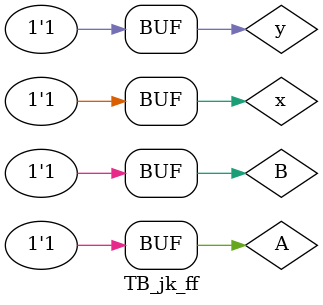
<source format=v>
module TB_jk_ff();

reg x,y;
reg A,B;
wire Aout,Bout,z;
jkff ff(.x(x),.y(y),.A(A),.B(B),.Aout(Aout),.Bout(Bout),.z(z));

initial begin
      x=1'b0;  y=1'b0;  A=1'b0;  B=1'b0;
#100  x=1'b0;  y=1'b0;  A=1'b0;  B=1'b1; 
#100  x=1'b0;  y=1'b0;  A=1'b1;  B=1'b0; 
#100  x=1'b0;  y=1'b0;  A=1'b1;  B=1'b1; 
#100  x=1'b0;  y=1'b1;  A=1'b0;  B=1'b0; 
#100  x=1'b0;  y=1'b1;  A=1'b0;  B=1'b1; 
#100  x=1'b0;  y=1'b1;  A=1'b1;  B=1'b0; 
#100  x=1'b0;  y=1'b1;  A=1'b1;  B=1'b1;
#100  x=1'b1;  y=1'b0;  A=1'b0;  B=1'b0;
#100  x=1'b1;  y=1'b0;  A=1'b0;  B=1'b1; 
#100  x=1'b1;  y=1'b0;  A=1'b1;  B=1'b0; 
#100  x=1'b1;  y=1'b0;  A=1'b1;  B=1'b1; 
#100  x=1'b1;  y=1'b1;  A=1'b0;  B=1'b0; 
#100  x=1'b1;  y=1'b1;  A=1'b0;  B=1'b1; 
#100  x=1'b1;  y=1'b1;  A=1'b1;  B=1'b0; 
#100  x=1'b1;  y=1'b1;  A=1'b1;  B=1'b1;
end

endmodule
</source>
